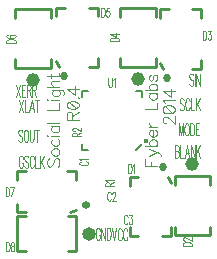
<source format=gto>
G04 DipTrace 2.4.0.2*
%INSocialLight.gto*%
%MOIN*%
%ADD10C,0.0098*%
%ADD14C,0.006*%
%ADD16O,0.0167X0.0163*%
%ADD22O,0.0256X0.0272*%
%ADD24O,0.0447X0.0455*%
%ADD26O,0.0272X0.0256*%
%ADD28O,0.0455X0.0447*%
%ADD61C,0.0033*%
%ADD62C,0.0044*%
%FSLAX44Y44*%
G04*
G70*
G90*
G75*
G01*
%LNTopSilk*%
%LPD*%
D16*
X8714Y7735D3*
X8558Y7639D2*
D14*
X8361Y7442D1*
X6786D2*
X6589D1*
Y7639D1*
Y9214D2*
Y9411D1*
X6786D1*
X8361D2*
X8558D1*
Y9214D1*
X9535Y6350D2*
D10*
X9437Y6547D1*
X9535Y4578D2*
Y4874D1*
Y4578D2*
X9240D1*
X8453D2*
X8157D1*
Y4874D1*
Y6251D2*
Y6547D1*
X8453D1*
D22*
X9282Y6873D3*
D24*
X10246Y6981D3*
X10841Y4890D2*
D10*
Y4594D1*
X9660D1*
Y4890D1*
X10841Y6268D2*
Y6563D1*
X9660D1*
Y6268D1*
X9164Y10352D2*
X9262Y10155D1*
X9164Y12124D2*
Y11829D1*
Y12124D2*
X9459D1*
X10246D2*
X10541D1*
Y11829D1*
Y10451D2*
Y10155D1*
X10246D1*
D22*
X9417Y9829D3*
X5719Y10415D2*
D10*
X5817Y10218D1*
X5719Y12187D2*
Y11891D1*
Y12187D2*
X6014D1*
X6801D2*
X7097D1*
Y11891D1*
Y10514D2*
Y10218D1*
X6801D1*
D22*
X5973Y9892D3*
X6177Y5358D2*
D10*
X6374Y5456D1*
X4405Y5358D2*
X4701D1*
X4405D2*
Y5653D1*
Y6440D2*
Y6736D1*
X4701D1*
X6079D2*
X6374D1*
Y6440D1*
D26*
X6701Y5611D3*
D24*
X4941Y9760D3*
X4346Y11852D2*
D10*
Y12147D1*
X5527D1*
Y11852D1*
X4346Y10474D2*
Y10179D1*
X5527D1*
Y10474D1*
D24*
X8446Y9791D3*
X7850Y11883D2*
D10*
Y12178D1*
X9031D1*
Y11883D1*
X7850Y10505D2*
Y10210D1*
X9031D1*
Y10505D1*
D28*
X6804Y4657D3*
X4713Y4062D2*
D10*
X4417D1*
Y5243D1*
X4713D1*
X6091Y4062D2*
X6386D1*
Y5243D1*
X6091D1*
X7455Y9843D2*
D61*
Y9628D1*
X7464Y9585D1*
X7481Y9557D1*
X7507Y9542D1*
X7524D1*
X7550Y9557D1*
X7567Y9585D1*
X7576Y9628D1*
Y9843D1*
X7615Y9786D2*
X7632Y9800D1*
X7658Y9843D1*
Y9542D1*
X7496Y6243D2*
Y6320D1*
X7481Y6346D1*
X7467Y6355D1*
X7438Y6363D1*
X7409D1*
X7381Y6355D1*
X7366Y6346D1*
X7352Y6320D1*
Y6243D1*
X7653D1*
X7496Y6303D2*
X7653Y6363D1*
X7410Y6402D2*
X7395Y6420D1*
X7352Y6446D1*
X7653D1*
X6557Y7060D2*
X6528Y7051D1*
X6500Y7034D1*
X6485Y7017D1*
Y6982D1*
X6500Y6965D1*
X6528Y6948D1*
X6557Y6939D1*
X6600Y6930D1*
X6672D1*
X6715Y6939D1*
X6744Y6948D1*
X6772Y6965D1*
X6787Y6982D1*
Y7017D1*
X6772Y7034D1*
X6744Y7051D1*
X6715Y7060D1*
X6543Y7099D2*
X6528Y7116D1*
X6486Y7142D1*
X6787D1*
X8106Y6972D2*
Y6670D1*
X8167D1*
X8192Y6685D1*
X8210Y6714D1*
X8218Y6742D1*
X8227Y6785D1*
Y6857D1*
X8218Y6900D1*
X8210Y6929D1*
X8192Y6958D1*
X8167Y6972D1*
X8106D1*
X8266Y6914D2*
X8284Y6929D1*
X8309Y6972D1*
Y6670D1*
X9927Y4254D2*
X10228D1*
Y4314D1*
X10214Y4340D1*
X10185Y4357D1*
X10156Y4366D1*
X10114Y4374D1*
X10042D1*
X9998Y4366D1*
X9970Y4357D1*
X9941Y4340D1*
X9927Y4314D1*
Y4254D1*
X9999Y4422D2*
X9985D1*
X9956Y4431D1*
X9941Y4440D1*
X9927Y4457D1*
Y4491D1*
X9941Y4508D1*
X9956Y4517D1*
X9985Y4526D1*
X10013D1*
X10042Y4517D1*
X10085Y4500D1*
X10228Y4414D1*
Y4534D1*
X10599Y11413D2*
Y11111D1*
X10659D1*
X10685Y11126D1*
X10702Y11154D1*
X10711Y11183D1*
X10719Y11226D1*
Y11298D1*
X10711Y11341D1*
X10702Y11370D1*
X10685Y11398D1*
X10659Y11413D1*
X10599D1*
X10776Y11412D2*
X10871D1*
X10819Y11298D1*
X10845D1*
X10862Y11283D1*
X10871Y11269D1*
X10879Y11226D1*
Y11197D1*
X10871Y11154D1*
X10854Y11126D1*
X10828Y11111D1*
X10802D1*
X10776Y11126D1*
X10768Y11140D1*
X10759Y11169D1*
X7216Y12185D2*
Y11884D1*
X7277D1*
X7302Y11898D1*
X7320Y11927D1*
X7328Y11955D1*
X7337Y11998D1*
Y12070D1*
X7328Y12113D1*
X7320Y12142D1*
X7302Y12171D1*
X7277Y12185D1*
X7216D1*
X7480D2*
X7394D1*
X7385Y12056D1*
X7394Y12070D1*
X7419Y12084D1*
X7445D1*
X7471Y12070D1*
X7488Y12041D1*
X7497Y11998D1*
Y11970D1*
X7488Y11927D1*
X7471Y11898D1*
X7445Y11884D1*
X7419D1*
X7394Y11898D1*
X7385Y11912D1*
X7376Y11941D1*
X4028Y6197D2*
Y5896D1*
X4088D1*
X4114Y5911D1*
X4131Y5939D1*
X4140Y5968D1*
X4148Y6011D1*
Y6083D1*
X4140Y6126D1*
X4131Y6154D1*
X4114Y6183D1*
X4088Y6197D1*
X4028D1*
X4222Y5896D2*
X4308Y6197D1*
X4188D1*
X4055Y11015D2*
X4357D1*
Y11075D1*
X4342Y11101D1*
X4313Y11118D1*
X4285Y11127D1*
X4242Y11135D1*
X4170D1*
X4127Y11127D1*
X4098Y11118D1*
X4069Y11101D1*
X4055Y11075D1*
Y11015D1*
X4098Y11278D2*
X4070Y11269D1*
X4055Y11243D1*
Y11226D1*
X4070Y11200D1*
X4113Y11183D1*
X4184Y11174D1*
X4256D1*
X4313Y11183D1*
X4342Y11200D1*
X4357Y11226D1*
Y11235D1*
X4342Y11260D1*
X4313Y11278D1*
X4270Y11286D1*
X4256D1*
X4213Y11278D1*
X4184Y11260D1*
X4170Y11235D1*
Y11226D1*
X4184Y11200D1*
X4213Y11183D1*
X4256Y11174D1*
X7506Y11063D2*
X7808D1*
Y11124D1*
X7793Y11150D1*
X7765Y11167D1*
X7736Y11175D1*
X7693Y11184D1*
X7621D1*
X7578Y11175D1*
X7550Y11167D1*
X7521Y11150D1*
X7506Y11124D1*
Y11063D1*
X7808Y11310D2*
X7507D1*
X7707Y11223D1*
Y11353D1*
X4038Y4371D2*
Y4069D1*
X4098D1*
X4124Y4084D1*
X4141Y4113D1*
X4150Y4141D1*
X4159Y4184D1*
Y4256D1*
X4150Y4299D1*
X4141Y4328D1*
X4124Y4357D1*
X4098Y4371D1*
X4038D1*
X4241D2*
X4215Y4356D1*
X4206Y4328D1*
Y4299D1*
X4215Y4270D1*
X4232Y4256D1*
X4267Y4242D1*
X4293Y4227D1*
X4310Y4198D1*
X4318Y4170D1*
Y4127D1*
X4310Y4098D1*
X4301Y4084D1*
X4275Y4069D1*
X4241D1*
X4215Y4084D1*
X4206Y4098D1*
X4198Y4127D1*
Y4170D1*
X4206Y4198D1*
X4224Y4227D1*
X4249Y4242D1*
X4284Y4256D1*
X4301Y4270D1*
X4310Y4299D1*
Y4328D1*
X4301Y4356D1*
X4275Y4371D1*
X4241D1*
X6396Y7899D2*
Y7976D1*
X6381Y8002D1*
X6367Y8011D1*
X6338Y8020D1*
X6309D1*
X6281Y8011D1*
X6266Y8002D1*
X6252Y7976D1*
Y7899D1*
X6553D1*
X6396Y7959D2*
X6553Y8020D1*
X6324Y8068D2*
X6310D1*
X6281Y8076D1*
X6267Y8085D1*
X6252Y8102D1*
Y8137D1*
X6267Y8154D1*
X6281Y8162D1*
X6310Y8171D1*
X6338D1*
X6367Y8162D1*
X6410Y8145D1*
X6553Y8059D1*
Y8180D1*
X8090Y5205D2*
X8082Y5234D1*
X8065Y5263D1*
X8047Y5277D1*
X8013D1*
X7996Y5263D1*
X7979Y5234D1*
X7970Y5205D1*
X7961Y5162D1*
Y5090D1*
X7970Y5047D1*
X7979Y5019D1*
X7996Y4990D1*
X8013Y4975D1*
X8047D1*
X8065Y4990D1*
X8082Y5019D1*
X8090Y5047D1*
X8147Y5277D2*
X8242D1*
X8190Y5162D1*
X8216D1*
X8233Y5148D1*
X8242Y5133D1*
X8250Y5090D1*
Y5062D1*
X8242Y5019D1*
X8225Y4990D1*
X8199Y4975D1*
X8173D1*
X8147Y4990D1*
X8139Y5004D1*
X8130Y5033D1*
X7538Y5978D2*
X7529Y6006D1*
X7512Y6035D1*
X7495Y6049D1*
X7461D1*
X7443Y6035D1*
X7426Y6006D1*
X7417Y5978D1*
X7409Y5934D1*
Y5862D1*
X7417Y5820D1*
X7426Y5791D1*
X7443Y5762D1*
X7461Y5748D1*
X7495D1*
X7512Y5762D1*
X7529Y5791D1*
X7538Y5820D1*
X7586Y5977D2*
Y5991D1*
X7595Y6020D1*
X7603Y6035D1*
X7621Y6049D1*
X7655D1*
X7672Y6035D1*
X7681Y6020D1*
X7689Y5991D1*
Y5963D1*
X7681Y5934D1*
X7663Y5891D1*
X7577Y5748D1*
X7698D1*
X10282Y9930D2*
D62*
X10263Y9968D1*
X10234Y9987D1*
X10196D1*
X10167Y9968D1*
X10148Y9930D1*
Y9892D1*
X10158Y9853D1*
X10167Y9834D1*
X10186Y9815D1*
X10244Y9777D1*
X10263Y9758D1*
X10273Y9738D1*
X10282Y9700D1*
Y9643D1*
X10263Y9605D1*
X10234Y9585D1*
X10196D1*
X10167Y9605D1*
X10148Y9643D1*
X10326Y9987D2*
Y9585D1*
X10504Y9987D2*
Y9585D1*
X10370Y9987D1*
Y9585D1*
X9970Y9110D2*
X9951Y9149D1*
X9922Y9168D1*
X9884D1*
X9855Y9149D1*
X9836Y9110D1*
Y9072D1*
X9846Y9034D1*
X9855Y9015D1*
X9874Y8996D1*
X9932Y8957D1*
X9951Y8938D1*
X9960Y8919D1*
X9970Y8881D1*
Y8823D1*
X9951Y8785D1*
X9922Y8766D1*
X9884D1*
X9855Y8785D1*
X9836Y8823D1*
X10157Y9072D2*
X10148Y9110D1*
X10128Y9149D1*
X10109Y9168D1*
X10071D1*
X10052Y9149D1*
X10033Y9110D1*
X10023Y9072D1*
X10014Y9015D1*
Y8919D1*
X10023Y8862D1*
X10033Y8823D1*
X10052Y8785D1*
X10071Y8766D1*
X10109D1*
X10128Y8785D1*
X10148Y8823D1*
X10157Y8862D1*
X10201Y9168D2*
Y8766D1*
X10316D1*
X10359Y9168D2*
Y8766D1*
X10493Y9168D2*
X10359Y8900D1*
X10407Y8996D2*
X10493Y8766D1*
X9944Y7926D2*
Y8327D1*
X9868Y7926D1*
X9791Y8327D1*
Y7926D1*
X10045Y8327D2*
X10026Y8308D1*
X10007Y8270D1*
X9997Y8232D1*
X9988Y8174D1*
Y8079D1*
X9997Y8021D1*
X10007Y7983D1*
X10026Y7945D1*
X10045Y7926D1*
X10084D1*
X10103Y7945D1*
X10122Y7983D1*
X10131Y8021D1*
X10141Y8079D1*
Y8174D1*
X10131Y8232D1*
X10122Y8270D1*
X10103Y8308D1*
X10084Y8327D1*
X10045D1*
X10185D2*
Y7926D1*
X10252D1*
X10280Y7945D1*
X10299Y7983D1*
X10309Y8021D1*
X10319Y8079D1*
Y8174D1*
X10309Y8232D1*
X10299Y8270D1*
X10280Y8308D1*
X10252Y8327D1*
X10185D1*
X10486D2*
X10362D1*
Y7926D1*
X10486D1*
X10362Y8136D2*
X10439D1*
X9665Y7592D2*
Y7190D1*
X9751D1*
X9780Y7209D1*
X9790Y7228D1*
X9799Y7266D1*
Y7324D1*
X9790Y7362D1*
X9780Y7381D1*
X9751Y7400D1*
X9780Y7420D1*
X9790Y7439D1*
X9799Y7477D1*
Y7515D1*
X9790Y7553D1*
X9780Y7572D1*
X9751Y7592D1*
X9665D1*
Y7400D2*
X9751D1*
X9843Y7592D2*
Y7190D1*
X9958D1*
X10155D2*
X10078Y7592D1*
X10001Y7190D1*
X10030Y7324D2*
X10126D1*
X10332Y7592D2*
Y7190D1*
X10198Y7592D1*
Y7190D1*
X10376Y7592D2*
Y7190D1*
X10510Y7592D2*
X10376Y7324D1*
X10424Y7420D2*
X10510Y7190D1*
X4382Y9617D2*
X4516Y9215D1*
Y9617D2*
X4382Y9215D1*
X4684Y9617D2*
X4560D1*
Y9215D1*
X4684D1*
X4560Y9426D2*
X4636D1*
X4728D2*
X4814D1*
X4843Y9445D1*
X4852Y9464D1*
X4862Y9502D1*
Y9541D1*
X4852Y9579D1*
X4843Y9598D1*
X4814Y9617D1*
X4728D1*
Y9215D1*
X4795Y9426D2*
X4862Y9215D1*
X4906Y9426D2*
X4992D1*
X5020Y9445D1*
X5030Y9464D1*
X5040Y9502D1*
Y9541D1*
X5030Y9579D1*
X5020Y9598D1*
X4992Y9617D1*
X4906D1*
Y9215D1*
X4973Y9426D2*
X5040Y9215D1*
X4483Y9116D2*
X4617Y8714D1*
Y9116D2*
X4483Y8714D1*
X4661Y9116D2*
Y8714D1*
X4776D1*
X4973D2*
X4896Y9116D1*
X4819Y8714D1*
X4848Y8848D2*
X4944D1*
X5083Y9116D2*
Y8714D1*
X5016Y9116D2*
X5150D1*
X4583Y8056D2*
X4564Y8095D1*
X4535Y8114D1*
X4497D1*
X4468Y8095D1*
X4449Y8056D1*
Y8018D1*
X4459Y7980D1*
X4468Y7961D1*
X4487Y7942D1*
X4545Y7903D1*
X4564Y7884D1*
X4574Y7865D1*
X4583Y7827D1*
Y7769D1*
X4564Y7731D1*
X4535Y7712D1*
X4497D1*
X4468Y7731D1*
X4449Y7769D1*
X4684Y8114D2*
X4665Y8095D1*
X4646Y8056D1*
X4636Y8018D1*
X4627Y7961D1*
Y7865D1*
X4636Y7808D1*
X4646Y7769D1*
X4665Y7731D1*
X4684Y7712D1*
X4723D1*
X4742Y7731D1*
X4761Y7769D1*
X4770Y7808D1*
X4780Y7865D1*
Y7961D1*
X4770Y8018D1*
X4761Y8056D1*
X4742Y8095D1*
X4723Y8114D1*
X4684D1*
X4824D2*
Y7827D1*
X4833Y7769D1*
X4852Y7731D1*
X4881Y7712D1*
X4900D1*
X4929Y7731D1*
X4948Y7769D1*
X4958Y7827D1*
Y8114D1*
X5068D2*
Y7712D1*
X5001Y8114D2*
X5135D1*
X4604Y7156D2*
X4594Y7194D1*
X4575Y7233D1*
X4556Y7252D1*
X4518D1*
X4498Y7233D1*
X4479Y7194D1*
X4470Y7156D1*
X4460Y7099D1*
Y7003D1*
X4470Y6946D1*
X4479Y6907D1*
X4498Y6869D1*
X4518Y6850D1*
X4556D1*
X4575Y6869D1*
X4594Y6907D1*
X4604Y6946D1*
Y7003D1*
X4556D1*
X4781Y7194D2*
X4762Y7233D1*
X4734Y7252D1*
X4695D1*
X4667Y7233D1*
X4647Y7194D1*
Y7156D1*
X4657Y7118D1*
X4667Y7099D1*
X4686Y7080D1*
X4743Y7041D1*
X4762Y7022D1*
X4772Y7003D1*
X4781Y6965D1*
Y6907D1*
X4762Y6869D1*
X4734Y6850D1*
X4695D1*
X4667Y6869D1*
X4647Y6907D1*
X4969Y7156D2*
X4959Y7194D1*
X4940Y7233D1*
X4921Y7252D1*
X4883D1*
X4863Y7233D1*
X4844Y7194D1*
X4835Y7156D1*
X4825Y7099D1*
Y7003D1*
X4835Y6946D1*
X4844Y6907D1*
X4863Y6869D1*
X4883Y6850D1*
X4921D1*
X4940Y6869D1*
X4959Y6907D1*
X4969Y6946D1*
X5012Y7252D2*
Y6850D1*
X5127D1*
X5171Y7252D2*
Y6850D1*
X5305Y7252D2*
X5171Y6984D1*
X5219Y7080D2*
X5305Y6850D1*
X7561Y4833D2*
X7637Y4431D1*
X7714Y4833D1*
X7901Y4737D2*
X7892Y4775D1*
X7872Y4814D1*
X7853Y4833D1*
X7815D1*
X7796Y4814D1*
X7777Y4775D1*
X7767Y4737D1*
X7758Y4680D1*
Y4584D1*
X7767Y4527D1*
X7777Y4488D1*
X7796Y4450D1*
X7815Y4431D1*
X7853D1*
X7872Y4450D1*
X7892Y4488D1*
X7901Y4527D1*
X8088Y4737D2*
X8079Y4775D1*
X8060Y4814D1*
X8041Y4833D1*
X8002D1*
X7983Y4814D1*
X7964Y4775D1*
X7954Y4737D1*
X7945Y4680D1*
Y4584D1*
X7954Y4527D1*
X7964Y4488D1*
X7983Y4450D1*
X8002Y4431D1*
X8041D1*
X8060Y4450D1*
X8079Y4488D1*
X8088Y4527D1*
X7173Y4750D2*
X7163Y4788D1*
X7144Y4827D1*
X7125Y4846D1*
X7087D1*
X7067Y4827D1*
X7048Y4788D1*
X7039Y4750D1*
X7029Y4693D1*
Y4597D1*
X7039Y4540D1*
X7048Y4501D1*
X7067Y4463D1*
X7087Y4444D1*
X7125D1*
X7144Y4463D1*
X7163Y4501D1*
X7173Y4540D1*
Y4597D1*
X7125D1*
X7350Y4846D2*
Y4444D1*
X7216Y4846D1*
Y4444D1*
X7394Y4846D2*
Y4444D1*
X7461D1*
X7490Y4463D1*
X7509Y4501D1*
X7518Y4540D1*
X7528Y4597D1*
Y4693D1*
X7518Y4750D1*
X7509Y4788D1*
X7490Y4827D1*
X7461Y4846D1*
X7394D1*
X5476Y7158D2*
X5438Y7120D1*
X5419Y7063D1*
Y6986D1*
X5438Y6929D1*
X5476Y6890D1*
X5514D1*
X5553Y6910D1*
X5572Y6929D1*
X5591Y6967D1*
X5629Y7082D1*
X5648Y7120D1*
X5668Y7139D1*
X5706Y7158D1*
X5763D1*
X5801Y7120D1*
X5821Y7063D1*
Y6986D1*
X5801Y6929D1*
X5763Y6890D1*
X5553Y7341D2*
X5572Y7303D1*
X5610Y7265D1*
X5668Y7246D1*
X5706D1*
X5763Y7265D1*
X5801Y7303D1*
X5821Y7341D1*
Y7399D1*
X5801Y7437D1*
X5763Y7475D1*
X5706Y7495D1*
X5668D1*
X5610Y7475D1*
X5572Y7437D1*
X5553Y7399D1*
Y7341D1*
X5610Y7812D2*
X5572Y7773D1*
X5553Y7735D1*
Y7678D1*
X5572Y7640D1*
X5610Y7601D1*
X5668Y7582D1*
X5706D1*
X5763Y7601D1*
X5801Y7640D1*
X5821Y7678D1*
Y7735D1*
X5801Y7773D1*
X5763Y7812D1*
X5419Y7899D2*
X5438Y7918D1*
X5419Y7938D1*
X5399Y7918D1*
X5419Y7899D1*
X5553Y7918D2*
X5821D1*
X5553Y8255D2*
X5821D1*
X5610D2*
X5572Y8217D1*
X5553Y8178D1*
Y8121D1*
X5572Y8083D1*
X5610Y8045D1*
X5668Y8025D1*
X5706D1*
X5763Y8045D1*
X5801Y8083D1*
X5821Y8121D1*
Y8178D1*
X5801Y8217D1*
X5763Y8255D1*
X5419Y8342D2*
X5821D1*
X5419Y8783D2*
X5821D1*
Y9012D1*
X5419Y9100D2*
X5438Y9119D1*
X5419Y9138D1*
X5399Y9119D1*
X5419Y9100D1*
X5553Y9119D2*
X5821D1*
X5572Y9455D2*
X5878D1*
X5935Y9436D1*
X5955Y9417D1*
X5974Y9379D1*
Y9321D1*
X5955Y9283D1*
X5629Y9455D2*
X5591Y9417D1*
X5572Y9379D1*
Y9321D1*
X5591Y9283D1*
X5629Y9245D1*
X5687Y9226D1*
X5725D1*
X5782Y9245D1*
X5821Y9283D1*
X5840Y9321D1*
Y9379D1*
X5821Y9417D1*
X5782Y9455D1*
X5419Y9543D2*
X5821D1*
X5629D2*
X5572Y9600D1*
X5553Y9638D1*
Y9696D1*
X5572Y9734D1*
X5629Y9753D1*
X5821D1*
X5419Y9898D2*
X5744D1*
X5801Y9917D1*
X5821Y9955D1*
Y9993D1*
X5553Y9840D2*
Y9974D1*
X6253Y8453D2*
Y8625D1*
X6233Y8682D1*
X6214Y8702D1*
X6176Y8721D1*
X6138D1*
X6100Y8702D1*
X6080Y8682D1*
X6061Y8625D1*
Y8453D1*
X6463D1*
X6253Y8587D2*
X6463Y8721D1*
X6062Y8923D2*
X6081Y8866D1*
X6138Y8827D1*
X6234Y8808D1*
X6291D1*
X6386Y8827D1*
X6444Y8866D1*
X6463Y8923D1*
Y8961D1*
X6444Y9019D1*
X6386Y9057D1*
X6291Y9076D1*
X6234D1*
X6138Y9057D1*
X6081Y9019D1*
X6062Y8961D1*
Y8923D1*
X6138Y9057D2*
X6386Y8827D1*
X6425Y9183D2*
X6444Y9164D1*
X6463Y9183D1*
X6444Y9202D1*
X6425Y9183D1*
X6463Y9481D2*
X6062D1*
X6329Y9290D1*
Y9576D1*
X8674Y7142D2*
Y6893D1*
X9076D1*
X8865D2*
Y7046D1*
X8808Y7249D2*
X9076Y7364D1*
X9152Y7326D1*
X9191Y7287D1*
X9210Y7249D1*
Y7230D1*
X8808Y7479D2*
X9076Y7364D1*
X8674Y7566D2*
X9076D1*
X8865D2*
X8827Y7605D1*
X8808Y7643D1*
Y7700D1*
X8827Y7738D1*
X8865Y7777D1*
X8923Y7796D1*
X8961D1*
X9018Y7777D1*
X9056Y7738D1*
X9076Y7700D1*
Y7643D1*
X9056Y7605D1*
X9018Y7566D1*
X8923Y7883D2*
Y8113D1*
X8884D1*
X8846Y8094D1*
X8827Y8075D1*
X8808Y8036D1*
Y7979D1*
X8827Y7941D1*
X8865Y7902D1*
X8923Y7883D1*
X8961D1*
X9018Y7902D1*
X9056Y7941D1*
X9076Y7979D1*
Y8036D1*
X9056Y8075D1*
X9018Y8113D1*
X8808Y8200D2*
X9076D1*
X8923D2*
X8865Y8220D1*
X8827Y8258D1*
X8808Y8296D1*
Y8354D1*
X8674Y8794D2*
X9076D1*
Y9023D1*
X8808Y9340D2*
X9076D1*
X8865D2*
X8827Y9302D1*
X8808Y9264D1*
Y9207D1*
X8827Y9168D1*
X8865Y9130D1*
X8923Y9111D1*
X8961D1*
X9018Y9130D1*
X9056Y9168D1*
X9076Y9207D1*
Y9264D1*
X9056Y9302D1*
X9018Y9340D1*
X8674Y9428D2*
X9076D1*
X8865D2*
X8827Y9466D1*
X8808Y9504D1*
Y9562D1*
X8827Y9600D1*
X8865Y9638D1*
X8923Y9657D1*
X8961D1*
X9018Y9638D1*
X9056Y9600D1*
X9076Y9562D1*
Y9504D1*
X9056Y9466D1*
X9018Y9428D1*
X8865Y9955D2*
X8827Y9936D1*
X8808Y9879D1*
Y9821D1*
X8827Y9764D1*
X8865Y9745D1*
X8904Y9764D1*
X8923Y9802D1*
X8942Y9898D1*
X8961Y9936D1*
X8999Y9955D1*
X9018D1*
X9056Y9936D1*
X9076Y9879D1*
Y9821D1*
X9056Y9764D1*
X9018Y9745D1*
X9356Y8326D2*
X9337D1*
X9298Y8345D1*
X9279Y8364D1*
X9260Y8402D1*
Y8479D1*
X9279Y8517D1*
X9298Y8536D1*
X9337Y8555D1*
X9375D1*
X9413Y8536D1*
X9470Y8498D1*
X9662Y8306D1*
Y8574D1*
X9260Y8777D2*
X9279Y8719D1*
X9337Y8681D1*
X9432Y8662D1*
X9490D1*
X9585Y8681D1*
X9643Y8719D1*
X9662Y8777D1*
Y8815D1*
X9643Y8872D1*
X9585Y8910D1*
X9490Y8930D1*
X9432D1*
X9337Y8910D1*
X9279Y8872D1*
X9260Y8815D1*
Y8777D1*
X9337Y8910D2*
X9585Y8681D1*
X9337Y9017D2*
X9317Y9056D1*
X9260Y9113D1*
X9662D1*
Y9392D2*
X9260D1*
X9528Y9201D1*
Y9488D1*
M02*

</source>
